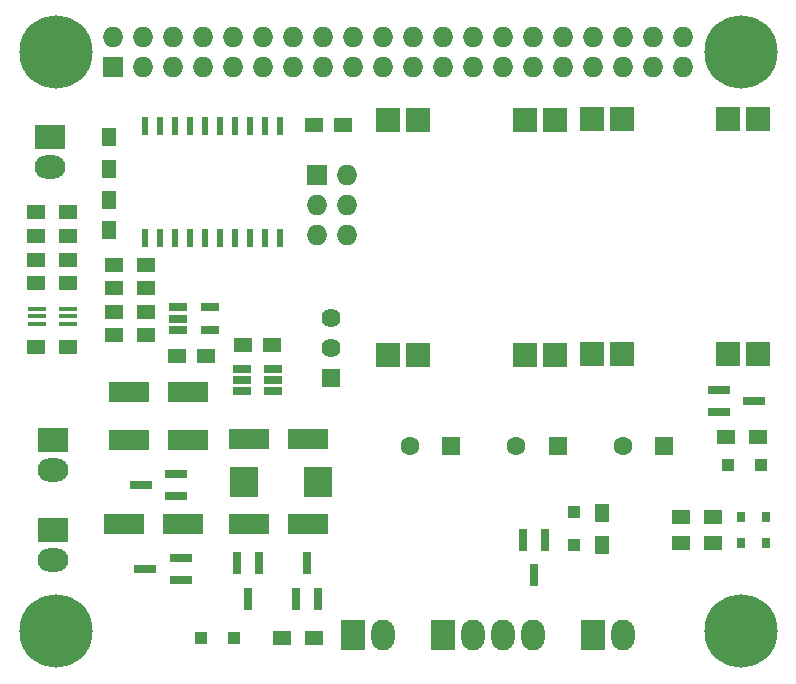
<source format=gbr>
G04 #@! TF.FileFunction,Soldermask,Top*
%FSLAX46Y46*%
G04 Gerber Fmt 4.6, Leading zero omitted, Abs format (unit mm)*
G04 Created by KiCad (PCBNEW 4.0.7) date Wed Nov 15 23:42:34 2017*
%MOMM*%
%LPD*%
G01*
G04 APERTURE LIST*
%ADD10C,0.100000*%
%ADD11R,1.727200X1.727200*%
%ADD12O,1.727200X1.727200*%
%ADD13R,1.560000X0.650000*%
%ADD14R,3.500000X1.800000*%
%ADD15R,2.000000X2.000000*%
%ADD16R,1.900000X0.800000*%
%ADD17C,6.200000*%
%ADD18R,1.500000X1.250000*%
%ADD19R,1.250000X1.500000*%
%ADD20R,1.600000X1.600000*%
%ADD21C,1.600000*%
%ADD22R,1.100000X1.100000*%
%ADD23R,0.800000X0.900000*%
%ADD24R,0.600000X1.500000*%
%ADD25R,2.000000X2.600000*%
%ADD26O,2.000000X2.600000*%
%ADD27R,2.600000X2.000000*%
%ADD28O,2.600000X2.000000*%
%ADD29R,0.800000X1.900000*%
%ADD30R,1.500000X1.300000*%
%ADD31R,1.300000X1.500000*%
%ADD32R,1.620000X1.620000*%
%ADD33C,1.620000*%
%ADD34R,2.400000X2.500000*%
%ADD35R,1.500000X0.400000*%
G04 APERTURE END LIST*
D10*
D11*
X89600000Y-62600000D03*
D12*
X92140000Y-62600000D03*
X89600000Y-65140000D03*
X92140000Y-65140000D03*
X89600000Y-67680000D03*
X92140000Y-67680000D03*
D13*
X83250000Y-79050000D03*
X83250000Y-80000000D03*
X83250000Y-80950000D03*
X85950000Y-80950000D03*
X85950000Y-79050000D03*
X85950000Y-80000000D03*
D14*
X83900000Y-92200000D03*
X88900000Y-92200000D03*
D15*
X109750000Y-57970000D03*
X107210000Y-57970000D03*
X95670000Y-77870000D03*
X98210000Y-77870000D03*
X95670000Y-57970000D03*
X98210000Y-57970000D03*
X107210000Y-77870000D03*
X109750000Y-77870000D03*
D16*
X77700000Y-89850000D03*
X77700000Y-87950000D03*
X74700000Y-88900000D03*
D11*
X72370000Y-53520000D03*
D12*
X72370000Y-50980000D03*
X74910000Y-53520000D03*
X74910000Y-50980000D03*
X77450000Y-53520000D03*
X77450000Y-50980000D03*
X79990000Y-53520000D03*
X79990000Y-50980000D03*
X82530000Y-53520000D03*
X82530000Y-50980000D03*
X85070000Y-53520000D03*
X85070000Y-50980000D03*
X87610000Y-53520000D03*
X87610000Y-50980000D03*
X90150000Y-53520000D03*
X90150000Y-50980000D03*
X92690000Y-53520000D03*
X92690000Y-50980000D03*
X95230000Y-53520000D03*
X95230000Y-50980000D03*
X97770000Y-53520000D03*
X97770000Y-50980000D03*
X100310000Y-53520000D03*
X100310000Y-50980000D03*
X102850000Y-53520000D03*
X102850000Y-50980000D03*
X105390000Y-53520000D03*
X105390000Y-50980000D03*
X107930000Y-53520000D03*
X107930000Y-50980000D03*
X110470000Y-53520000D03*
X110470000Y-50980000D03*
X113010000Y-53520000D03*
X113010000Y-50980000D03*
X115550000Y-53520000D03*
X115550000Y-50980000D03*
X118090000Y-53520000D03*
X118090000Y-50980000D03*
X120630000Y-53520000D03*
X120630000Y-50980000D03*
D17*
X125500000Y-52250000D03*
X125500000Y-101250000D03*
X67500000Y-101250000D03*
X67500000Y-52250000D03*
D18*
X77750000Y-78000000D03*
X80250000Y-78000000D03*
X83350000Y-77000000D03*
X85850000Y-77000000D03*
D19*
X72000000Y-64750000D03*
X72000000Y-67250000D03*
D18*
X89350000Y-58400000D03*
X91850000Y-58400000D03*
D20*
X101000000Y-85600000D03*
D21*
X97500000Y-85600000D03*
D20*
X110000000Y-85600000D03*
D21*
X106500000Y-85600000D03*
D20*
X119000000Y-85600000D03*
D21*
X115500000Y-85600000D03*
D14*
X78700000Y-85090000D03*
X73700000Y-85090000D03*
X78300000Y-92200000D03*
X73300000Y-92200000D03*
D22*
X79800000Y-101800000D03*
X82600000Y-101800000D03*
D14*
X78700000Y-81000000D03*
X73700000Y-81000000D03*
D22*
X124400000Y-87200000D03*
X127200000Y-87200000D03*
D14*
X83900000Y-85000000D03*
X88900000Y-85000000D03*
D23*
X127650000Y-91600000D03*
X125550000Y-91600000D03*
X127650000Y-93800000D03*
X125550000Y-93800000D03*
D22*
X111400000Y-91200000D03*
X111400000Y-94000000D03*
D24*
X81385000Y-68000000D03*
X80115000Y-68000000D03*
X78845000Y-68000000D03*
X77575000Y-68000000D03*
X76305000Y-68000000D03*
X75035000Y-68000000D03*
X82655000Y-68000000D03*
X83925000Y-68000000D03*
X85195000Y-68000000D03*
X86465000Y-68000000D03*
X86465000Y-58500000D03*
X85195000Y-58500000D03*
X83925000Y-58500000D03*
X82655000Y-58500000D03*
X81385000Y-58500000D03*
X80115000Y-58500000D03*
X78845000Y-58500000D03*
X77575000Y-58500000D03*
X76305000Y-58500000D03*
X75035000Y-58500000D03*
D25*
X92710000Y-101600000D03*
D26*
X95250000Y-101600000D03*
D27*
X67310000Y-85090000D03*
D28*
X67310000Y-87630000D03*
D27*
X67290000Y-92700000D03*
D28*
X67290000Y-95240000D03*
D27*
X67040000Y-59460000D03*
D28*
X67040000Y-62000000D03*
D25*
X113030000Y-101600000D03*
D26*
X115570000Y-101600000D03*
D29*
X87850000Y-98500000D03*
X89750000Y-98500000D03*
X88800000Y-95500000D03*
X84750000Y-95500000D03*
X82850000Y-95500000D03*
X83800000Y-98500000D03*
D16*
X78100000Y-96950000D03*
X78100000Y-95050000D03*
X75100000Y-96000000D03*
X123650000Y-80800000D03*
X123650000Y-82700000D03*
X126650000Y-81750000D03*
D29*
X108950000Y-93500000D03*
X107050000Y-93500000D03*
X108000000Y-96500000D03*
D30*
X89350000Y-101800000D03*
X86650000Y-101800000D03*
X72450000Y-70250000D03*
X75150000Y-70250000D03*
X72450000Y-74250000D03*
X75150000Y-74250000D03*
X68550000Y-69800000D03*
X65850000Y-69800000D03*
X75150000Y-72200000D03*
X72450000Y-72200000D03*
X75150000Y-76200000D03*
X72450000Y-76200000D03*
D31*
X72000000Y-59400000D03*
X72000000Y-62100000D03*
D30*
X124250000Y-84800000D03*
X126950000Y-84800000D03*
X120450000Y-91600000D03*
X123150000Y-91600000D03*
X68550000Y-65800000D03*
X65850000Y-65800000D03*
X120450000Y-93800000D03*
X123150000Y-93800000D03*
D31*
X113800000Y-91250000D03*
X113800000Y-93950000D03*
D30*
X65850000Y-71800000D03*
X68550000Y-71800000D03*
X68550000Y-77200000D03*
X65850000Y-77200000D03*
X68550000Y-67800000D03*
X65850000Y-67800000D03*
D32*
X90800000Y-79800000D03*
D33*
X90800000Y-77260000D03*
X90800000Y-74720000D03*
D13*
X77850000Y-73850000D03*
X77850000Y-74800000D03*
X77850000Y-75750000D03*
X80550000Y-75750000D03*
X80550000Y-73850000D03*
D34*
X83450000Y-88600000D03*
X89750000Y-88600000D03*
D35*
X68580000Y-75250000D03*
X68580000Y-74600000D03*
X68580000Y-73950000D03*
X65920000Y-73950000D03*
X65920000Y-74600000D03*
X65920000Y-75250000D03*
D25*
X100330000Y-101600000D03*
D26*
X102870000Y-101600000D03*
X105410000Y-101600000D03*
X107950000Y-101600000D03*
D15*
X127000000Y-57920000D03*
X124460000Y-57920000D03*
X112920000Y-77820000D03*
X115460000Y-77820000D03*
X112920000Y-57920000D03*
X115460000Y-57920000D03*
X124460000Y-77820000D03*
X127000000Y-77820000D03*
M02*

</source>
